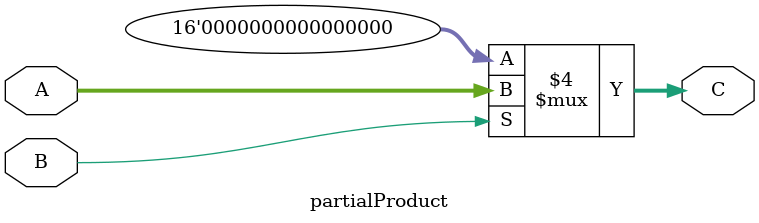
<source format=v>
`timescale 1ns / 1ps
module partialProduct(
    input [15:0] A,
    input B,
    output reg [15:0] C
);
	
	always@(A, B)
	begin
		if (B == 1'b0)
			C = {32{1'b0}};
		else
			C = A;
	end
	
endmodule

</source>
